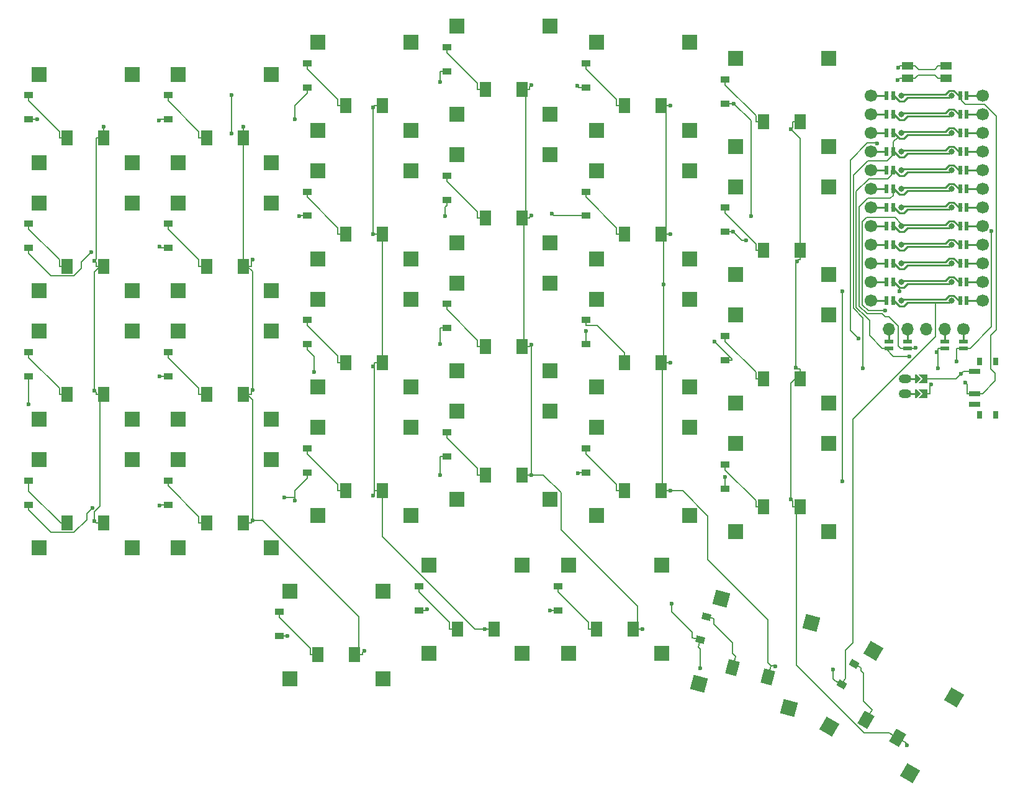
<source format=gbr>
%TF.GenerationSoftware,KiCad,Pcbnew,8.0.7*%
%TF.CreationDate,2025-02-11T23:53:49-03:00*%
%TF.ProjectId,souffle_wireless,736f7566-666c-4655-9f77-6972656c6573,0.1*%
%TF.SameCoordinates,Original*%
%TF.FileFunction,Copper,L2,Bot*%
%TF.FilePolarity,Positive*%
%FSLAX46Y46*%
G04 Gerber Fmt 4.6, Leading zero omitted, Abs format (unit mm)*
G04 Created by KiCad (PCBNEW 8.0.7) date 2025-02-11 23:53:49*
%MOMM*%
%LPD*%
G01*
G04 APERTURE LIST*
G04 Aperture macros list*
%AMRotRect*
0 Rectangle, with rotation*
0 The origin of the aperture is its center*
0 $1 length*
0 $2 width*
0 $3 Rotation angle, in degrees counterclockwise*
0 Add horizontal line*
21,1,$1,$2,0,0,$3*%
%AMFreePoly0*
4,1,6,0.600000,-0.200000,0.600000,-0.400000,-0.600000,-0.400000,-0.600000,-0.200000,0.000000,0.400000,0.600000,-0.200000,0.600000,-0.200000,$1*%
%AMFreePoly1*
4,1,6,0.600000,-1.000000,0.000000,-0.400000,-0.600000,-1.000000,-0.600000,0.250000,0.600000,0.250000,0.600000,-1.000000,0.600000,-1.000000,$1*%
G04 Aperture macros list end*
%TA.AperFunction,SMDPad,CuDef*%
%ADD10R,1.550000X2.000000*%
%TD*%
%TA.AperFunction,SMDPad,CuDef*%
%ADD11R,2.000000X2.000000*%
%TD*%
%TA.AperFunction,SMDPad,CuDef*%
%ADD12RotRect,1.550000X2.000000X345.000000*%
%TD*%
%TA.AperFunction,SMDPad,CuDef*%
%ADD13RotRect,2.000000X2.000000X345.000000*%
%TD*%
%TA.AperFunction,SMDPad,CuDef*%
%ADD14RotRect,1.550000X2.000000X330.000000*%
%TD*%
%TA.AperFunction,SMDPad,CuDef*%
%ADD15RotRect,2.000000X2.000000X330.000000*%
%TD*%
%TA.AperFunction,SMDPad,CuDef*%
%ADD16R,1.200000X0.900000*%
%TD*%
%TA.AperFunction,SMDPad,CuDef*%
%ADD17RotRect,0.900000X1.200000X75.000000*%
%TD*%
%TA.AperFunction,SMDPad,CuDef*%
%ADD18RotRect,0.900000X1.200000X60.000000*%
%TD*%
%TA.AperFunction,ComponentPad*%
%ADD19C,1.700000*%
%TD*%
%TA.AperFunction,ComponentPad*%
%ADD20C,0.800000*%
%TD*%
%TA.AperFunction,SMDPad,CuDef*%
%ADD21R,0.600000X1.200000*%
%TD*%
%TA.AperFunction,SMDPad,CuDef*%
%ADD22R,1.200000X0.600000*%
%TD*%
%TA.AperFunction,ComponentPad*%
%ADD23O,1.700000X1.700000*%
%TD*%
%TA.AperFunction,SMDPad,CuDef*%
%ADD24R,0.800000X1.000000*%
%TD*%
%TA.AperFunction,SMDPad,CuDef*%
%ADD25R,1.500000X0.700000*%
%TD*%
%TA.AperFunction,SMDPad,CuDef*%
%ADD26R,1.550000X1.000000*%
%TD*%
%TA.AperFunction,ComponentPad*%
%ADD27O,1.750000X1.200000*%
%TD*%
%TA.AperFunction,SMDPad,CuDef*%
%ADD28FreePoly0,270.000000*%
%TD*%
%TA.AperFunction,SMDPad,CuDef*%
%ADD29FreePoly1,270.000000*%
%TD*%
%TA.AperFunction,ViaPad*%
%ADD30C,0.600000*%
%TD*%
%TA.AperFunction,Conductor*%
%ADD31C,0.250000*%
%TD*%
%TA.AperFunction,Conductor*%
%ADD32C,0.200000*%
%TD*%
G04 APERTURE END LIST*
D10*
%TO.P,S1,1*%
%TO.N,outer_bottom_B*%
X97500000Y-102650000D03*
%TO.P,S1,2*%
%TO.N,C0*%
X102500000Y-102650000D03*
D11*
%TO.P,S1,3*%
%TO.N,N/C*%
X93650000Y-94000000D03*
X93650000Y-106000000D03*
X106350000Y-94000000D03*
X106350000Y-106000000D03*
%TD*%
D10*
%TO.P,S2,1*%
%TO.N,outer_home_B*%
X97500000Y-85150000D03*
%TO.P,S2,2*%
%TO.N,C0*%
X102500000Y-85150000D03*
D11*
%TO.P,S2,3*%
%TO.N,N/C*%
X93650000Y-76500000D03*
X93650000Y-88500000D03*
X106350000Y-76500000D03*
X106350000Y-88500000D03*
%TD*%
D10*
%TO.P,S3,1*%
%TO.N,outer_top_B*%
X97500000Y-67650000D03*
%TO.P,S3,2*%
%TO.N,C0*%
X102500000Y-67650000D03*
D11*
%TO.P,S3,3*%
%TO.N,N/C*%
X93650000Y-59000000D03*
X93650000Y-71000000D03*
X106350000Y-59000000D03*
X106350000Y-71000000D03*
%TD*%
D10*
%TO.P,S4,1*%
%TO.N,outer_number_B*%
X97500000Y-50150000D03*
%TO.P,S4,2*%
%TO.N,C0*%
X102500000Y-50150000D03*
D11*
%TO.P,S4,3*%
%TO.N,N/C*%
X93650000Y-41500000D03*
X93650000Y-53500000D03*
X106350000Y-41500000D03*
X106350000Y-53500000D03*
%TD*%
D10*
%TO.P,S5,1*%
%TO.N,pinky_bottom_B*%
X116500000Y-102650000D03*
%TO.P,S5,2*%
%TO.N,C1*%
X121500000Y-102650000D03*
D11*
%TO.P,S5,3*%
%TO.N,N/C*%
X112650000Y-94000000D03*
X112650000Y-106000000D03*
X125350000Y-94000000D03*
X125350000Y-106000000D03*
%TD*%
D10*
%TO.P,S6,1*%
%TO.N,pinky_home_B*%
X116500000Y-85150000D03*
%TO.P,S6,2*%
%TO.N,C1*%
X121500000Y-85150000D03*
D11*
%TO.P,S6,3*%
%TO.N,N/C*%
X112650000Y-76500000D03*
X112650000Y-88500000D03*
X125350000Y-76500000D03*
X125350000Y-88500000D03*
%TD*%
D10*
%TO.P,S7,1*%
%TO.N,pinky_top_B*%
X116500000Y-67650000D03*
%TO.P,S7,2*%
%TO.N,C1*%
X121500000Y-67650000D03*
D11*
%TO.P,S7,3*%
%TO.N,N/C*%
X112650000Y-59000000D03*
X112650000Y-71000000D03*
X125350000Y-59000000D03*
X125350000Y-71000000D03*
%TD*%
D10*
%TO.P,S8,1*%
%TO.N,pinky_number_B*%
X116500000Y-50150000D03*
%TO.P,S8,2*%
%TO.N,C1*%
X121500000Y-50150000D03*
D11*
%TO.P,S8,3*%
%TO.N,N/C*%
X112650000Y-41500000D03*
X112650000Y-53500000D03*
X125350000Y-41500000D03*
X125350000Y-53500000D03*
%TD*%
D10*
%TO.P,S9,1*%
%TO.N,ring_bottom_B*%
X135500000Y-98275000D03*
%TO.P,S9,2*%
%TO.N,C2*%
X140500000Y-98275000D03*
D11*
%TO.P,S9,3*%
%TO.N,N/C*%
X131650000Y-89625000D03*
X131650000Y-101625000D03*
X144350000Y-89625000D03*
X144350000Y-101625000D03*
%TD*%
D10*
%TO.P,S10,1*%
%TO.N,ring_home_B*%
X135500000Y-80775000D03*
%TO.P,S10,2*%
%TO.N,C2*%
X140500000Y-80775000D03*
D11*
%TO.P,S10,3*%
%TO.N,N/C*%
X131650000Y-72125000D03*
X131650000Y-84125000D03*
X144350000Y-72125000D03*
X144350000Y-84125000D03*
%TD*%
D10*
%TO.P,S11,1*%
%TO.N,ring_top_B*%
X135500000Y-63275000D03*
%TO.P,S11,2*%
%TO.N,C2*%
X140500000Y-63275000D03*
D11*
%TO.P,S11,3*%
%TO.N,N/C*%
X131650000Y-54625000D03*
X131650000Y-66625000D03*
X144350000Y-54625000D03*
X144350000Y-66625000D03*
%TD*%
D10*
%TO.P,S12,1*%
%TO.N,ring_number_B*%
X135500000Y-45775000D03*
%TO.P,S12,2*%
%TO.N,C2*%
X140500000Y-45775000D03*
D11*
%TO.P,S12,3*%
%TO.N,N/C*%
X131650000Y-37125000D03*
X131650000Y-49125000D03*
X144350000Y-37125000D03*
X144350000Y-49125000D03*
%TD*%
D10*
%TO.P,S13,1*%
%TO.N,middle_bottom_B*%
X154500000Y-96087500D03*
%TO.P,S13,2*%
%TO.N,C3*%
X159500000Y-96087500D03*
D11*
%TO.P,S13,3*%
%TO.N,N/C*%
X150650000Y-87437500D03*
X150650000Y-99437500D03*
X163350000Y-87437500D03*
X163350000Y-99437500D03*
%TD*%
D10*
%TO.P,S14,1*%
%TO.N,middle_home_B*%
X154500000Y-78587500D03*
%TO.P,S14,2*%
%TO.N,C3*%
X159500000Y-78587500D03*
D11*
%TO.P,S14,3*%
%TO.N,N/C*%
X150650000Y-69937500D03*
X150650000Y-81937500D03*
X163350000Y-69937500D03*
X163350000Y-81937500D03*
%TD*%
D10*
%TO.P,S15,1*%
%TO.N,middle_top_B*%
X154500000Y-61087500D03*
%TO.P,S15,2*%
%TO.N,C3*%
X159500000Y-61087500D03*
D11*
%TO.P,S15,3*%
%TO.N,N/C*%
X150650000Y-52437500D03*
X150650000Y-64437500D03*
X163350000Y-52437500D03*
X163350000Y-64437500D03*
%TD*%
D10*
%TO.P,S16,1*%
%TO.N,middle_number_B*%
X154500000Y-43587500D03*
%TO.P,S16,2*%
%TO.N,C3*%
X159500000Y-43587500D03*
D11*
%TO.P,S16,3*%
%TO.N,N/C*%
X150650000Y-34937500D03*
X150650000Y-46937500D03*
X163350000Y-34937500D03*
X163350000Y-46937500D03*
%TD*%
D10*
%TO.P,S17,1*%
%TO.N,index_bottom_B*%
X173500000Y-98275000D03*
%TO.P,S17,2*%
%TO.N,C4*%
X178500000Y-98275000D03*
D11*
%TO.P,S17,3*%
%TO.N,N/C*%
X169650000Y-89625000D03*
X169650000Y-101625000D03*
X182350000Y-89625000D03*
X182350000Y-101625000D03*
%TD*%
D10*
%TO.P,S18,1*%
%TO.N,index_home_B*%
X173500000Y-80775000D03*
%TO.P,S18,2*%
%TO.N,C4*%
X178500000Y-80775000D03*
D11*
%TO.P,S18,3*%
%TO.N,N/C*%
X169650000Y-72125000D03*
X169650000Y-84125000D03*
X182350000Y-72125000D03*
X182350000Y-84125000D03*
%TD*%
D10*
%TO.P,S19,1*%
%TO.N,index_top_B*%
X173500000Y-63275000D03*
%TO.P,S19,2*%
%TO.N,C4*%
X178500000Y-63275000D03*
D11*
%TO.P,S19,3*%
%TO.N,N/C*%
X169650000Y-54625000D03*
X169650000Y-66625000D03*
X182350000Y-54625000D03*
X182350000Y-66625000D03*
%TD*%
D10*
%TO.P,S20,1*%
%TO.N,index_number_B*%
X173500000Y-45775000D03*
%TO.P,S20,2*%
%TO.N,C4*%
X178500000Y-45775000D03*
D11*
%TO.P,S20,3*%
%TO.N,N/C*%
X169650000Y-37125000D03*
X169650000Y-49125000D03*
X182350000Y-37125000D03*
X182350000Y-49125000D03*
%TD*%
D10*
%TO.P,S21,1*%
%TO.N,inner_bottom_B*%
X192500000Y-100462500D03*
%TO.P,S21,2*%
%TO.N,C5*%
X197500000Y-100462500D03*
D11*
%TO.P,S21,3*%
%TO.N,N/C*%
X188650000Y-91812500D03*
X188650000Y-103812500D03*
X201350000Y-91812500D03*
X201350000Y-103812500D03*
%TD*%
D10*
%TO.P,S22,1*%
%TO.N,inner_home_B*%
X192500000Y-82962500D03*
%TO.P,S22,2*%
%TO.N,C5*%
X197500000Y-82962500D03*
D11*
%TO.P,S22,3*%
%TO.N,N/C*%
X188650000Y-74312500D03*
X188650000Y-86312500D03*
X201350000Y-74312500D03*
X201350000Y-86312500D03*
%TD*%
D10*
%TO.P,S23,1*%
%TO.N,inner_top_B*%
X192500000Y-65462500D03*
%TO.P,S23,2*%
%TO.N,C5*%
X197500000Y-65462500D03*
D11*
%TO.P,S23,3*%
%TO.N,N/C*%
X188650000Y-56812500D03*
X188650000Y-68812500D03*
X201350000Y-56812500D03*
X201350000Y-68812500D03*
%TD*%
D10*
%TO.P,S24,1*%
%TO.N,inner_number_B*%
X192500000Y-47962500D03*
%TO.P,S24,2*%
%TO.N,C5*%
X197500000Y-47962500D03*
D11*
%TO.P,S24,3*%
%TO.N,N/C*%
X188650000Y-39312500D03*
X188650000Y-51312500D03*
X201350000Y-39312500D03*
X201350000Y-51312500D03*
%TD*%
D10*
%TO.P,S25,1*%
%TO.N,inward_home_B*%
X131700000Y-120587500D03*
%TO.P,S25,2*%
%TO.N,C1*%
X136700000Y-120587500D03*
D11*
%TO.P,S25,3*%
%TO.N,N/C*%
X127850000Y-111937500D03*
X127850000Y-123937500D03*
X140550000Y-111937500D03*
X140550000Y-123937500D03*
%TD*%
D10*
%TO.P,S26,1*%
%TO.N,mid_home_B*%
X150700000Y-117087500D03*
%TO.P,S26,2*%
%TO.N,C2*%
X155700000Y-117087500D03*
D11*
%TO.P,S26,3*%
%TO.N,N/C*%
X146850000Y-108437500D03*
X146850000Y-120437500D03*
X159550000Y-108437500D03*
X159550000Y-120437500D03*
%TD*%
D10*
%TO.P,S27,1*%
%TO.N,outward_home_B*%
X169700000Y-117087500D03*
%TO.P,S27,2*%
%TO.N,C3*%
X174700000Y-117087500D03*
D11*
%TO.P,S27,3*%
%TO.N,N/C*%
X165850000Y-108437500D03*
X165850000Y-120437500D03*
X178550000Y-108437500D03*
X178550000Y-120437500D03*
%TD*%
D12*
%TO.P,S28,1*%
%TO.N,extra_outward_home_B*%
X188228815Y-122366656D03*
%TO.P,S28,2*%
%TO.N,C4*%
X193058444Y-123660751D03*
D13*
%TO.P,S28,3*%
%TO.N,N/C*%
X186748785Y-113014944D03*
X183642957Y-124606054D03*
X199016043Y-116301946D03*
X195910215Y-127893056D03*
%TD*%
D14*
%TO.P,S29,1*%
%TO.N,big_outward_home_B*%
X206467036Y-129481167D03*
%TO.P,S29,2*%
%TO.N,C5*%
X210797164Y-131981167D03*
D15*
%TO.P,S29,3*%
%TO.N,N/C*%
X207457839Y-120065048D03*
X201457839Y-130457352D03*
X218456361Y-126415048D03*
X212456361Y-136807352D03*
%TD*%
D16*
%TO.P,D1,2*%
%TO.N,outer_bottom_B*%
X92250000Y-96850000D03*
%TO.P,D1,1*%
%TO.N,R3*%
X92250000Y-100150000D03*
%TD*%
%TO.P,D2,2*%
%TO.N,outer_home_B*%
X92250000Y-79350000D03*
%TO.P,D2,1*%
%TO.N,R2*%
X92250000Y-82650000D03*
%TD*%
%TO.P,D3,2*%
%TO.N,outer_top_B*%
X92250000Y-61850000D03*
%TO.P,D3,1*%
%TO.N,R1*%
X92250000Y-65150000D03*
%TD*%
%TO.P,D4,2*%
%TO.N,outer_number_B*%
X92250000Y-44350000D03*
%TO.P,D4,1*%
%TO.N,R0*%
X92250000Y-47650000D03*
%TD*%
%TO.P,D5,2*%
%TO.N,pinky_bottom_B*%
X111250000Y-96850000D03*
%TO.P,D5,1*%
%TO.N,R3*%
X111250000Y-100150000D03*
%TD*%
%TO.P,D6,2*%
%TO.N,pinky_home_B*%
X111250000Y-79350000D03*
%TO.P,D6,1*%
%TO.N,R2*%
X111250000Y-82650000D03*
%TD*%
%TO.P,D7,2*%
%TO.N,pinky_top_B*%
X111250000Y-61850000D03*
%TO.P,D7,1*%
%TO.N,R1*%
X111250000Y-65150000D03*
%TD*%
%TO.P,D8,2*%
%TO.N,pinky_number_B*%
X111250000Y-44350000D03*
%TO.P,D8,1*%
%TO.N,R0*%
X111250000Y-47650000D03*
%TD*%
%TO.P,D9,2*%
%TO.N,ring_bottom_B*%
X130250000Y-92475000D03*
%TO.P,D9,1*%
%TO.N,R3*%
X130250000Y-95775000D03*
%TD*%
%TO.P,D10,2*%
%TO.N,ring_home_B*%
X130250000Y-74975000D03*
%TO.P,D10,1*%
%TO.N,R2*%
X130250000Y-78275000D03*
%TD*%
%TO.P,D11,2*%
%TO.N,ring_top_B*%
X130250000Y-57475000D03*
%TO.P,D11,1*%
%TO.N,R1*%
X130250000Y-60775000D03*
%TD*%
%TO.P,D12,2*%
%TO.N,ring_number_B*%
X130250000Y-39975000D03*
%TO.P,D12,1*%
%TO.N,R0*%
X130250000Y-43275000D03*
%TD*%
%TO.P,D13,2*%
%TO.N,middle_bottom_B*%
X149250000Y-90287500D03*
%TO.P,D13,1*%
%TO.N,R3*%
X149250000Y-93587500D03*
%TD*%
%TO.P,D14,2*%
%TO.N,middle_home_B*%
X149250000Y-72787500D03*
%TO.P,D14,1*%
%TO.N,R2*%
X149250000Y-76087500D03*
%TD*%
%TO.P,D15,2*%
%TO.N,middle_top_B*%
X149250000Y-55287500D03*
%TO.P,D15,1*%
%TO.N,R1*%
X149250000Y-58587500D03*
%TD*%
%TO.P,D16,2*%
%TO.N,middle_number_B*%
X149250000Y-37787500D03*
%TO.P,D16,1*%
%TO.N,R0*%
X149250000Y-41087500D03*
%TD*%
%TO.P,D17,2*%
%TO.N,index_bottom_B*%
X168250000Y-92475000D03*
%TO.P,D17,1*%
%TO.N,R3*%
X168250000Y-95775000D03*
%TD*%
%TO.P,D18,2*%
%TO.N,index_home_B*%
X168250000Y-74975000D03*
%TO.P,D18,1*%
%TO.N,R2*%
X168250000Y-78275000D03*
%TD*%
%TO.P,D19,2*%
%TO.N,index_top_B*%
X168250000Y-57475000D03*
%TO.P,D19,1*%
%TO.N,R1*%
X168250000Y-60775000D03*
%TD*%
%TO.P,D20,2*%
%TO.N,index_number_B*%
X168250000Y-39975000D03*
%TO.P,D20,1*%
%TO.N,R0*%
X168250000Y-43275000D03*
%TD*%
%TO.P,D21,2*%
%TO.N,inner_bottom_B*%
X187250000Y-94662500D03*
%TO.P,D21,1*%
%TO.N,R3*%
X187250000Y-97962500D03*
%TD*%
%TO.P,D22,2*%
%TO.N,inner_home_B*%
X187250000Y-77162500D03*
%TO.P,D22,1*%
%TO.N,R2*%
X187250000Y-80462500D03*
%TD*%
%TO.P,D23,2*%
%TO.N,inner_top_B*%
X187250000Y-59662500D03*
%TO.P,D23,1*%
%TO.N,R1*%
X187250000Y-62962500D03*
%TD*%
%TO.P,D24,2*%
%TO.N,inner_number_B*%
X187250000Y-42162500D03*
%TO.P,D24,1*%
%TO.N,R0*%
X187250000Y-45462500D03*
%TD*%
%TO.P,D25,2*%
%TO.N,inward_home_B*%
X126450000Y-114787500D03*
%TO.P,D25,1*%
%TO.N,R4*%
X126450000Y-118087500D03*
%TD*%
%TO.P,D26,2*%
%TO.N,mid_home_B*%
X145450000Y-111287500D03*
%TO.P,D26,1*%
%TO.N,R4*%
X145450000Y-114587500D03*
%TD*%
%TO.P,D27,2*%
%TO.N,outward_home_B*%
X164450000Y-111287500D03*
%TO.P,D27,1*%
%TO.N,R4*%
X164450000Y-114587500D03*
%TD*%
D17*
%TO.P,D28,2*%
%TO.N,extra_outward_home_B*%
X184658851Y-115405522D03*
%TO.P,D28,1*%
%TO.N,R4*%
X183804749Y-118593078D03*
%TD*%
D18*
%TO.P,D29,2*%
%TO.N,big_outward_home_B*%
X204820400Y-121833158D03*
%TO.P,D29,1*%
%TO.N,R4*%
X203170400Y-124691042D03*
%TD*%
D19*
%TO.P,MCU1,24*%
%TO.N,MCU1_24*%
X207084000Y-44420000D03*
%TO.P,MCU1,1*%
%TO.N,MCU1_1*%
X222324000Y-44420000D03*
D20*
%TO.P,MCU1,124*%
%TO.N,RAW*%
X211304000Y-44420000D03*
%TO.P,MCU1,101*%
%TO.N,LED*%
X218104000Y-44420000D03*
D21*
%TO.P,MCU1,24*%
%TO.N,MCU1_24*%
X209224000Y-44420000D03*
%TO.P,MCU1,101*%
%TO.N,LED*%
X210124000Y-44420000D03*
%TO.P,MCU1,124*%
%TO.N,RAW*%
X219284000Y-44420000D03*
%TO.P,MCU1,1*%
%TO.N,MCU1_1*%
X220184000Y-44420000D03*
D19*
%TO.P,MCU1,23*%
%TO.N,MCU1_23*%
X207084000Y-46960000D03*
%TO.P,MCU1,2*%
%TO.N,MCU1_2*%
X222324000Y-46960000D03*
D20*
%TO.P,MCU1,123*%
%TO.N,GND*%
X211304000Y-46960000D03*
%TO.P,MCU1,102*%
%TO.N,DAT*%
X218104000Y-46960000D03*
D21*
%TO.P,MCU1,23*%
%TO.N,MCU1_23*%
X209224000Y-46960000D03*
%TO.P,MCU1,102*%
%TO.N,DAT*%
X210124000Y-46960000D03*
%TO.P,MCU1,123*%
%TO.N,GND*%
X219284000Y-46960000D03*
%TO.P,MCU1,2*%
%TO.N,MCU1_2*%
X220184000Y-46960000D03*
D19*
%TO.P,MCU1,22*%
%TO.N,MCU1_22*%
X207084000Y-49500000D03*
%TO.P,MCU1,3*%
%TO.N,MCU1_3*%
X222324000Y-49500000D03*
D20*
%TO.P,MCU1,122*%
%TO.N,RST*%
X211304000Y-49500000D03*
%TO.P,MCU1,103*%
%TO.N,GND*%
X218104000Y-49500000D03*
D21*
%TO.P,MCU1,22*%
%TO.N,MCU1_22*%
X209224000Y-49500000D03*
%TO.P,MCU1,103*%
%TO.N,GND*%
X210124000Y-49500000D03*
%TO.P,MCU1,122*%
%TO.N,RST*%
X219284000Y-49500000D03*
%TO.P,MCU1,3*%
%TO.N,MCU1_3*%
X220184000Y-49500000D03*
D19*
%TO.P,MCU1,21*%
%TO.N,MCU1_21*%
X207084000Y-52040000D03*
%TO.P,MCU1,4*%
%TO.N,MCU1_4*%
X222324000Y-52040000D03*
D20*
%TO.P,MCU1,121*%
%TO.N,VCC*%
X211304000Y-52040000D03*
%TO.P,MCU1,104*%
%TO.N,GND*%
X218104000Y-52040000D03*
D21*
%TO.P,MCU1,21*%
%TO.N,MCU1_21*%
X209224000Y-52040000D03*
%TO.P,MCU1,104*%
%TO.N,GND*%
X210124000Y-52040000D03*
%TO.P,MCU1,121*%
%TO.N,VCC*%
X219284000Y-52040000D03*
%TO.P,MCU1,4*%
%TO.N,MCU1_4*%
X220184000Y-52040000D03*
D19*
%TO.P,MCU1,20*%
%TO.N,MCU1_20*%
X207084000Y-54580000D03*
%TO.P,MCU1,5*%
%TO.N,MCU1_5*%
X222324000Y-54580000D03*
D20*
%TO.P,MCU1,120*%
%TO.N,C0*%
X211304000Y-54580000D03*
%TO.P,MCU1,105*%
%TO.N,SDA*%
X218104000Y-54580000D03*
D21*
%TO.P,MCU1,20*%
%TO.N,MCU1_20*%
X209224000Y-54580000D03*
%TO.P,MCU1,105*%
%TO.N,SDA*%
X210124000Y-54580000D03*
%TO.P,MCU1,120*%
%TO.N,C0*%
X219284000Y-54580000D03*
%TO.P,MCU1,5*%
%TO.N,MCU1_5*%
X220184000Y-54580000D03*
D19*
%TO.P,MCU1,19*%
%TO.N,MCU1_19*%
X207084000Y-57120000D03*
%TO.P,MCU1,6*%
%TO.N,MCU1_6*%
X222324000Y-57120000D03*
D20*
%TO.P,MCU1,119*%
%TO.N,C1*%
X211304000Y-57120000D03*
%TO.P,MCU1,106*%
%TO.N,SCL*%
X218104000Y-57120000D03*
D21*
%TO.P,MCU1,19*%
%TO.N,MCU1_19*%
X209224000Y-57120000D03*
%TO.P,MCU1,106*%
%TO.N,SCL*%
X210124000Y-57120000D03*
%TO.P,MCU1,119*%
%TO.N,C1*%
X219284000Y-57120000D03*
%TO.P,MCU1,6*%
%TO.N,MCU1_6*%
X220184000Y-57120000D03*
D19*
%TO.P,MCU1,18*%
%TO.N,MCU1_18*%
X207084000Y-59660000D03*
%TO.P,MCU1,7*%
%TO.N,MCU1_7*%
X222324000Y-59660000D03*
D20*
%TO.P,MCU1,118*%
%TO.N,C2*%
X211304000Y-59660000D03*
%TO.P,MCU1,107*%
%TO.N,CS*%
X218104000Y-59660000D03*
D21*
%TO.P,MCU1,18*%
%TO.N,MCU1_18*%
X209224000Y-59660000D03*
%TO.P,MCU1,107*%
%TO.N,CS*%
X210124000Y-59660000D03*
%TO.P,MCU1,118*%
%TO.N,C2*%
X219284000Y-59660000D03*
%TO.P,MCU1,7*%
%TO.N,MCU1_7*%
X220184000Y-59660000D03*
D19*
%TO.P,MCU1,17*%
%TO.N,MCU1_17*%
X207084000Y-62200000D03*
%TO.P,MCU1,8*%
%TO.N,MCU1_8*%
X222324000Y-62200000D03*
D20*
%TO.P,MCU1,117*%
%TO.N,C3*%
X211304000Y-62200000D03*
%TO.P,MCU1,108*%
%TO.N,R0*%
X218104000Y-62200000D03*
D21*
%TO.P,MCU1,17*%
%TO.N,MCU1_17*%
X209224000Y-62200000D03*
%TO.P,MCU1,108*%
%TO.N,R0*%
X210124000Y-62200000D03*
%TO.P,MCU1,117*%
%TO.N,C3*%
X219284000Y-62200000D03*
%TO.P,MCU1,8*%
%TO.N,MCU1_8*%
X220184000Y-62200000D03*
D19*
%TO.P,MCU1,16*%
%TO.N,MCU1_16*%
X207084000Y-64740000D03*
%TO.P,MCU1,9*%
%TO.N,MCU1_9*%
X222324000Y-64740000D03*
D20*
%TO.P,MCU1,116*%
%TO.N,C4*%
X211304000Y-64740000D03*
%TO.P,MCU1,109*%
%TO.N,R1*%
X218104000Y-64740000D03*
D21*
%TO.P,MCU1,16*%
%TO.N,MCU1_16*%
X209224000Y-64740000D03*
%TO.P,MCU1,109*%
%TO.N,R1*%
X210124000Y-64740000D03*
%TO.P,MCU1,116*%
%TO.N,C4*%
X219284000Y-64740000D03*
%TO.P,MCU1,9*%
%TO.N,MCU1_9*%
X220184000Y-64740000D03*
D19*
%TO.P,MCU1,15*%
%TO.N,MCU1_15*%
X207084000Y-67280000D03*
%TO.P,MCU1,10*%
%TO.N,MCU1_10*%
X222324000Y-67280000D03*
D20*
%TO.P,MCU1,115*%
%TO.N,C5*%
X211304000Y-67280000D03*
%TO.P,MCU1,110*%
%TO.N,R2*%
X218104000Y-67280000D03*
D21*
%TO.P,MCU1,15*%
%TO.N,MCU1_15*%
X209224000Y-67280000D03*
%TO.P,MCU1,110*%
%TO.N,R2*%
X210124000Y-67280000D03*
%TO.P,MCU1,115*%
%TO.N,C5*%
X219284000Y-67280000D03*
%TO.P,MCU1,10*%
%TO.N,MCU1_10*%
X220184000Y-67280000D03*
D19*
%TO.P,MCU1,14*%
%TO.N,MCU1_14*%
X207084000Y-69820000D03*
%TO.P,MCU1,11*%
%TO.N,MCU1_11*%
X222324000Y-69820000D03*
D20*
%TO.P,MCU1,114*%
%TO.N,P16*%
X211304000Y-69820000D03*
%TO.P,MCU1,111*%
%TO.N,R3*%
X218104000Y-69820000D03*
D21*
%TO.P,MCU1,14*%
%TO.N,MCU1_14*%
X209224000Y-69820000D03*
%TO.P,MCU1,111*%
%TO.N,R3*%
X210124000Y-69820000D03*
%TO.P,MCU1,114*%
%TO.N,P16*%
X219284000Y-69820000D03*
%TO.P,MCU1,11*%
%TO.N,MCU1_11*%
X220184000Y-69820000D03*
D19*
%TO.P,MCU1,13*%
%TO.N,MCU1_13*%
X207084000Y-72360000D03*
%TO.P,MCU1,12*%
%TO.N,MCU1_12*%
X222324000Y-72360000D03*
D20*
%TO.P,MCU1,113*%
%TO.N,P10*%
X211304000Y-72360000D03*
%TO.P,MCU1,112*%
%TO.N,R4*%
X218104000Y-72360000D03*
D21*
%TO.P,MCU1,13*%
%TO.N,MCU1_13*%
X209224000Y-72360000D03*
%TO.P,MCU1,112*%
%TO.N,R4*%
X210124000Y-72360000D03*
%TO.P,MCU1,113*%
%TO.N,P10*%
X219284000Y-72360000D03*
%TO.P,MCU1,12*%
%TO.N,MCU1_12*%
X220184000Y-72360000D03*
%TD*%
D22*
%TO.P,DISP1,24*%
%TO.N,DISP1_5*%
X219727000Y-77950000D03*
%TO.P,DISP1,25*%
%TO.N,DISP1_4*%
X217187000Y-77950000D03*
%TO.P,DISP1,26*%
%TO.N,DISP1_2*%
X212107000Y-77950000D03*
%TO.P,DISP1,27*%
%TO.N,DISP1_1*%
X209567000Y-77950000D03*
%TO.P,DISP1,20*%
%TO.N,CS*%
X219727000Y-78850000D03*
%TO.P,DISP1,21*%
%TO.N,GND*%
X217187000Y-78850000D03*
%TO.P,DISP1,22*%
%TO.N,SCL*%
X212107000Y-78850000D03*
%TO.P,DISP1,23*%
%TO.N,SDA*%
X209567000Y-78850000D03*
D23*
%TO.P,DISP1,1*%
%TO.N,DISP1_1*%
X209567000Y-76200000D03*
%TO.P,DISP1,2*%
%TO.N,DISP1_2*%
X212107000Y-76200000D03*
%TO.P,DISP1,3*%
%TO.N,VCC*%
X214647000Y-76200000D03*
%TO.P,DISP1,4*%
%TO.N,DISP1_4*%
X217187000Y-76200000D03*
D19*
%TO.P,DISP1,5*%
%TO.N,DISP1_5*%
X219727000Y-76200000D03*
%TD*%
D24*
%TO.P,PWR1,*%
%TO.N,*%
X221915000Y-80600000D03*
X224125000Y-80600000D03*
X221915000Y-87900000D03*
X224125000Y-87900000D03*
D25*
%TO.P,PWR1,1*%
%TO.N,BAT_P*%
X221265000Y-82000000D03*
%TO.P,PWR1,2*%
%TO.N,RAW*%
X221265000Y-85000000D03*
%TO.P,PWR1,3*%
%TO.N,N/C*%
X221265000Y-86500000D03*
%TD*%
D26*
%TO.P,RST1,1*%
%TO.N,GND*%
X212079000Y-40362500D03*
%TO.P,RST1,2*%
%TO.N,RST*%
X212079000Y-42062500D03*
%TO.P,RST1,3*%
%TO.N,GND*%
X217329000Y-40362500D03*
%TO.P,RST1,4*%
%TO.N,RST*%
X217329000Y-42062500D03*
%TD*%
D27*
%TO.P,JST1,11*%
%TO.N,JST1_1*%
X211750000Y-85000000D03*
%TO.P,JST1,12*%
%TO.N,JST1_2*%
X211750000Y-83000000D03*
D28*
%TO.P,JST1,31*%
%TO.N,JST1_1*%
X213550000Y-85000000D03*
%TO.P,JST1,32*%
%TO.N,JST1_2*%
X213550000Y-83000000D03*
D29*
%TO.P,JST1,1*%
%TO.N,BAT_P*%
X214566000Y-83000000D03*
%TO.P,JST1,2*%
%TO.N,GND*%
X214566000Y-85000000D03*
%TD*%
D30*
%TO.N,BAT_P*%
X219406800Y-82342500D03*
%TO.N,CS*%
X223557700Y-62889400D03*
X218825300Y-80605600D03*
%TO.N,SCL*%
X213218900Y-78729800D03*
%TO.N,SDA*%
X212335500Y-79937700D03*
%TO.N,VCC*%
X207971200Y-50937100D03*
X205436600Y-77484300D03*
%TO.N,RST*%
X210776300Y-42288500D03*
%TO.N,GND*%
X210800000Y-40581400D03*
X206051100Y-81553100D03*
X215326400Y-83760300D03*
X216285300Y-81553100D03*
X216090200Y-79367700D03*
%TO.N,RAW*%
X219999200Y-83500000D03*
%TO.N,pinky_number_F*%
X119940600Y-44350000D03*
X119940600Y-49589400D03*
%TO.N,R4*%
X201956600Y-122604700D03*
X163327300Y-114587500D03*
X179950000Y-113635600D03*
X183804700Y-122472200D03*
X146567300Y-114371900D03*
X127567600Y-118087500D03*
%TO.N,R0*%
X188405400Y-45462500D03*
X148348300Y-42571800D03*
X167025600Y-43025000D03*
X128514800Y-47650000D03*
X110016600Y-47785300D03*
X93376500Y-47650000D03*
X190752100Y-60830000D03*
%TO.N,R1*%
X163597400Y-60491800D03*
X149028800Y-60807200D03*
X129144000Y-60807200D03*
X110093200Y-64976400D03*
X100806200Y-65690700D03*
X188353800Y-62962500D03*
X190087900Y-64110500D03*
%TO.N,R2*%
X185783300Y-77899100D03*
X110113900Y-82650000D03*
X148348300Y-78275000D03*
X131168000Y-82101500D03*
X92250000Y-86451700D03*
X168250000Y-76463300D03*
%TO.N,R3*%
X148348300Y-96150800D03*
X187250000Y-96371600D03*
X128514800Y-99589900D03*
X110071800Y-100258600D03*
X167128100Y-95864200D03*
X211004200Y-71090000D03*
X203224800Y-71090000D03*
X203224800Y-97001000D03*
X100905700Y-100604300D03*
X127096500Y-99182500D03*
%TO.N,C5*%
X211990400Y-132951300D03*
X196222100Y-48923700D03*
X197026200Y-66970900D03*
X196837600Y-81438200D03*
X196212200Y-99439800D03*
%TO.N,C4*%
X179780100Y-45775000D03*
X179780100Y-63275000D03*
X179780100Y-80775000D03*
X179780100Y-98275000D03*
X194087000Y-122179100D03*
X178820100Y-70134200D03*
%TO.N,C3*%
X175998200Y-117087500D03*
X160779000Y-42964600D03*
X160780300Y-60711500D03*
X160779300Y-78352700D03*
X160787000Y-96087500D03*
X209075300Y-73709800D03*
%TO.N,C2*%
X154422800Y-117087500D03*
X139216800Y-45988700D03*
X139216800Y-63275000D03*
X139217300Y-81310600D03*
X139208500Y-98951700D03*
%TO.N,C1*%
X137990200Y-120081200D03*
X121500000Y-48620300D03*
X122781100Y-66734600D03*
X122783700Y-84516800D03*
X122785000Y-102299000D03*
%TO.N,C0*%
X102500000Y-48644500D03*
X101208300Y-66885100D03*
X101196800Y-84633200D03*
X101218600Y-102408200D03*
%TD*%
D31*
%TO.N,JST1_2*%
X213550000Y-83000000D02*
X211750000Y-83000000D01*
%TO.N,JST1_1*%
X213550000Y-85000000D02*
X211750000Y-85000000D01*
D32*
%TO.N,BAT_P*%
X219749300Y-82000000D02*
X219406800Y-82342500D01*
X221265000Y-82000000D02*
X219749300Y-82000000D01*
X218749300Y-83000000D02*
X219406800Y-82342500D01*
X214566000Y-83000000D02*
X218749300Y-83000000D01*
D31*
%TO.N,DISP1_5*%
X219727000Y-76200000D02*
X219727000Y-77950000D01*
%TO.N,DISP1_4*%
X217187000Y-76200000D02*
X217187000Y-77950000D01*
%TO.N,DISP1_2*%
X212107000Y-76200000D02*
X212107000Y-77950000D01*
%TO.N,DISP1_1*%
X209567000Y-76200000D02*
X209567000Y-77950000D01*
%TO.N,MCU1_12*%
X222324000Y-72360000D02*
X220204000Y-72360000D01*
D32*
X220184000Y-72360000D02*
X220204000Y-72360000D01*
D31*
%TO.N,MCU1_13*%
X207084000Y-72360000D02*
X209204000Y-72360000D01*
D32*
X209224000Y-72360000D02*
X209204000Y-72360000D01*
D31*
%TO.N,MCU1_11*%
X222324000Y-69820000D02*
X220204000Y-69820000D01*
D32*
X220184000Y-69820000D02*
X220204000Y-69820000D01*
D31*
%TO.N,MCU1_14*%
X207084000Y-69820000D02*
X209204000Y-69820000D01*
D32*
X209224000Y-69820000D02*
X209204000Y-69820000D01*
D31*
%TO.N,MCU1_10*%
X222324000Y-67280000D02*
X220204000Y-67280000D01*
D32*
X220184000Y-67280000D02*
X220204000Y-67280000D01*
D31*
%TO.N,MCU1_15*%
X207084000Y-67280000D02*
X209204000Y-67280000D01*
D32*
X209224000Y-67280000D02*
X209204000Y-67280000D01*
D31*
%TO.N,MCU1_9*%
X222324000Y-64740000D02*
X220204000Y-64740000D01*
D32*
X220184000Y-64740000D02*
X220204000Y-64740000D01*
D31*
%TO.N,MCU1_16*%
X207084000Y-64740000D02*
X209204000Y-64740000D01*
D32*
X209224000Y-64740000D02*
X209204000Y-64740000D01*
D31*
%TO.N,MCU1_8*%
X222324000Y-62200000D02*
X220204000Y-62200000D01*
D32*
X220184000Y-62200000D02*
X220204000Y-62200000D01*
D31*
%TO.N,MCU1_17*%
X207084000Y-62200000D02*
X209204000Y-62200000D01*
D32*
X209224000Y-62200000D02*
X209204000Y-62200000D01*
D31*
%TO.N,MCU1_7*%
X222324000Y-59660000D02*
X220204000Y-59660000D01*
D32*
X220184000Y-59660000D02*
X220204000Y-59660000D01*
D31*
%TO.N,MCU1_18*%
X207084000Y-59660000D02*
X209204000Y-59660000D01*
D32*
X209224000Y-59660000D02*
X209204000Y-59660000D01*
D31*
%TO.N,MCU1_6*%
X222324000Y-57120000D02*
X220204000Y-57120000D01*
D32*
X220184000Y-57120000D02*
X220204000Y-57120000D01*
D31*
%TO.N,MCU1_19*%
X207084000Y-57120000D02*
X209204000Y-57120000D01*
D32*
X209224000Y-57120000D02*
X209204000Y-57120000D01*
D31*
%TO.N,MCU1_5*%
X222324000Y-54580000D02*
X220204000Y-54580000D01*
D32*
X220184000Y-54580000D02*
X220204000Y-54580000D01*
D31*
%TO.N,MCU1_20*%
X207084000Y-54580000D02*
X209204000Y-54580000D01*
D32*
X209224000Y-54580000D02*
X209204000Y-54580000D01*
D31*
%TO.N,MCU1_4*%
X222324000Y-52040000D02*
X220204000Y-52040000D01*
D32*
X220184000Y-52040000D02*
X220204000Y-52040000D01*
D31*
%TO.N,MCU1_21*%
X207084000Y-52040000D02*
X209204000Y-52040000D01*
D32*
X209224000Y-52040000D02*
X209204000Y-52040000D01*
D31*
%TO.N,MCU1_3*%
X222324000Y-49500000D02*
X220204000Y-49500000D01*
D32*
X220184000Y-49500000D02*
X220204000Y-49500000D01*
D31*
%TO.N,MCU1_22*%
X207084000Y-49500000D02*
X209204000Y-49500000D01*
D32*
X209224000Y-49500000D02*
X209204000Y-49500000D01*
D31*
%TO.N,MCU1_2*%
X222324000Y-46960000D02*
X220204000Y-46960000D01*
D32*
X220184000Y-46960000D02*
X220204000Y-46960000D01*
D31*
%TO.N,MCU1_23*%
X207084000Y-46960000D02*
X209204000Y-46960000D01*
D32*
X209224000Y-46960000D02*
X209204000Y-46960000D01*
D31*
%TO.N,MCU1_1*%
X222324000Y-44420000D02*
X220204000Y-44420000D01*
D32*
X220184000Y-44420000D02*
X220204000Y-44420000D01*
D31*
%TO.N,MCU1_24*%
X207084000Y-44420000D02*
X209204000Y-44420000D01*
D32*
X209224000Y-44420000D02*
X209204000Y-44420000D01*
D31*
%TO.N,CS*%
X209929000Y-59660000D02*
X210124000Y-59660000D01*
X212099000Y-59890000D02*
X217874000Y-59890000D01*
X211604000Y-60385000D02*
X212099000Y-59890000D01*
X211004000Y-60385000D02*
X211604000Y-60385000D01*
X210279000Y-59660000D02*
X211004000Y-60385000D01*
X210124000Y-59660000D02*
X210279000Y-59660000D01*
D32*
X217874000Y-59890000D02*
X218104000Y-59660000D01*
X223557700Y-75921000D02*
X223557700Y-62889400D01*
X220628700Y-78850000D02*
X223557700Y-75921000D01*
X219727000Y-78850000D02*
X220628700Y-78850000D01*
X219727000Y-78850000D02*
X218825300Y-78850000D01*
X218825300Y-78850000D02*
X218825300Y-80605600D01*
D31*
%TO.N,SCL*%
X209929000Y-57120000D02*
X210124000Y-57120000D01*
D32*
X217874000Y-57350000D02*
X218104000Y-57120000D01*
D31*
X212099000Y-57350000D02*
X217874000Y-57350000D01*
X211604000Y-57845000D02*
X212099000Y-57350000D01*
X211004000Y-57845000D02*
X211604000Y-57845000D01*
X210279000Y-57120000D02*
X211004000Y-57845000D01*
X210124000Y-57120000D02*
X210279000Y-57120000D01*
D32*
X212107000Y-78850000D02*
X211205300Y-78850000D01*
X210124000Y-57120000D02*
X210124000Y-58021700D01*
X209755700Y-58390000D02*
X210124000Y-58021700D01*
X206683900Y-58390000D02*
X209755700Y-58390000D01*
X205524400Y-59549500D02*
X206683900Y-58390000D01*
X205524400Y-73059400D02*
X205524400Y-59549500D01*
X206576500Y-74111500D02*
X205524400Y-73059400D01*
X208607600Y-74111500D02*
X206576500Y-74111500D01*
X209023500Y-74527400D02*
X208607600Y-74111500D01*
X209591500Y-74527400D02*
X209023500Y-74527400D01*
X210837000Y-75772900D02*
X209591500Y-74527400D01*
X210837000Y-78481700D02*
X210837000Y-75772900D01*
X211205300Y-78850000D02*
X210837000Y-78481700D01*
X213098700Y-78850000D02*
X213218900Y-78729800D01*
X212107000Y-78850000D02*
X213098700Y-78850000D01*
%TO.N,SDA*%
X217874000Y-54810000D02*
X218104000Y-54580000D01*
D31*
X209929000Y-54580000D02*
X210124000Y-54580000D01*
X212099000Y-54810000D02*
X217874000Y-54810000D01*
X211604000Y-55305000D02*
X212099000Y-54810000D01*
X211004000Y-55305000D02*
X211604000Y-55305000D01*
X210279000Y-54580000D02*
X211004000Y-55305000D01*
X210124000Y-54580000D02*
X210279000Y-54580000D01*
D32*
X206922900Y-77107600D02*
X208665300Y-78850000D01*
X206922900Y-75025800D02*
X206922900Y-77107600D01*
X206410300Y-74513200D02*
X206922900Y-75025800D01*
X206410200Y-74513200D02*
X206410300Y-74513200D01*
X205122700Y-73225700D02*
X206410200Y-74513200D01*
X205122700Y-57445200D02*
X205122700Y-73225700D01*
X206822700Y-55745200D02*
X205122700Y-57445200D01*
X209419300Y-55745200D02*
X206822700Y-55745200D01*
X209929000Y-55235500D02*
X209419300Y-55745200D01*
X209929000Y-54580000D02*
X209929000Y-55235500D01*
X209567000Y-78850000D02*
X209116200Y-78850000D01*
X209116200Y-78850000D02*
X208665300Y-78850000D01*
X210203900Y-79937700D02*
X212335500Y-79937700D01*
X209116200Y-78850000D02*
X210203900Y-79937700D01*
D31*
%TO.N,DAT*%
X209929000Y-46960000D02*
X210124000Y-46960000D01*
X212099000Y-47190000D02*
X217874000Y-47190000D01*
X211604000Y-47685000D02*
X212099000Y-47190000D01*
X211004000Y-47685000D02*
X211604000Y-47685000D01*
X210279000Y-46960000D02*
X211004000Y-47685000D01*
X210124000Y-46960000D02*
X210279000Y-46960000D01*
D32*
X217874000Y-47190000D02*
X218104000Y-46960000D01*
D31*
%TO.N,LED*%
X209929000Y-44420000D02*
X210124000Y-44420000D01*
X212099000Y-44650000D02*
X217874000Y-44650000D01*
X211604000Y-45145000D02*
X212099000Y-44650000D01*
X211004000Y-45145000D02*
X211604000Y-45145000D01*
X210279000Y-44420000D02*
X211004000Y-45145000D01*
X210124000Y-44420000D02*
X210279000Y-44420000D01*
D32*
X217874000Y-44650000D02*
X218104000Y-44420000D01*
D31*
%TO.N,P10*%
X219479000Y-72360000D02*
X219284000Y-72360000D01*
X217299000Y-72140000D02*
X211524000Y-72140000D01*
X217804000Y-71635000D02*
X217299000Y-72140000D01*
X218404000Y-71635000D02*
X217804000Y-71635000D01*
X219129000Y-72360000D02*
X218404000Y-71635000D01*
X219284000Y-72360000D02*
X219129000Y-72360000D01*
D32*
X211524000Y-72140000D02*
X211304000Y-72360000D01*
D31*
%TO.N,P16*%
X219479000Y-69820000D02*
X219284000Y-69820000D01*
X217299000Y-69600000D02*
X211524000Y-69600000D01*
X217804000Y-69095000D02*
X217299000Y-69600000D01*
X218404000Y-69095000D02*
X217804000Y-69095000D01*
X219129000Y-69820000D02*
X218404000Y-69095000D01*
X219284000Y-69820000D02*
X219129000Y-69820000D01*
D32*
X211524000Y-69600000D02*
X211304000Y-69820000D01*
D31*
%TO.N,VCC*%
X219479000Y-52040000D02*
X219284000Y-52040000D01*
X217299000Y-51820000D02*
X211524000Y-51820000D01*
X217804000Y-51315000D02*
X217299000Y-51820000D01*
X218404000Y-51315000D02*
X217804000Y-51315000D01*
X219129000Y-52040000D02*
X218404000Y-51315000D01*
X219284000Y-52040000D02*
X219129000Y-52040000D01*
D32*
X211524000Y-51820000D02*
X211304000Y-52040000D01*
X204319300Y-76367000D02*
X205436600Y-77484300D01*
X204319300Y-53162700D02*
X204319300Y-76367000D01*
X206631800Y-50850200D02*
X204319300Y-53162700D01*
X207884300Y-50850200D02*
X206631800Y-50850200D01*
X207971200Y-50937100D02*
X207884300Y-50850200D01*
D31*
%TO.N,RST*%
X219479000Y-49500000D02*
X219284000Y-49500000D01*
X217299000Y-49280000D02*
X211524000Y-49280000D01*
X217804000Y-48775000D02*
X217299000Y-49280000D01*
X218404000Y-48775000D02*
X217804000Y-48775000D01*
X219129000Y-49500000D02*
X218404000Y-48775000D01*
X219284000Y-49500000D02*
X219129000Y-49500000D01*
D32*
X211524000Y-49280000D02*
X211304000Y-49500000D01*
X213580700Y-41637500D02*
X213155700Y-42062500D01*
X215827300Y-41637500D02*
X213580700Y-41637500D01*
X216252300Y-42062500D02*
X215827300Y-41637500D01*
X217329000Y-42062500D02*
X216252300Y-42062500D01*
X212617400Y-42062500D02*
X213155700Y-42062500D01*
X212617400Y-42062500D02*
X212079000Y-42062500D01*
X211002300Y-42062500D02*
X210776300Y-42288500D01*
X212079000Y-42062500D02*
X211002300Y-42062500D01*
D31*
%TO.N,GND*%
X209929000Y-52040000D02*
X210124000Y-52040000D01*
X209929000Y-49500000D02*
X210124000Y-49500000D01*
X219479000Y-46960000D02*
X219284000Y-46960000D01*
X217299000Y-46740000D02*
X211524000Y-46740000D01*
X217804000Y-46235000D02*
X217299000Y-46740000D01*
X218404000Y-46235000D02*
X217804000Y-46235000D01*
X219129000Y-46960000D02*
X218404000Y-46235000D01*
X219284000Y-46960000D02*
X219129000Y-46960000D01*
D32*
X211524000Y-46740000D02*
X211304000Y-46960000D01*
X217874000Y-49730000D02*
X218104000Y-49500000D01*
X217874000Y-52270000D02*
X218104000Y-52040000D01*
D31*
X210124000Y-52040000D02*
X210201500Y-52040000D01*
D32*
X210201500Y-50627500D02*
X210804000Y-50025000D01*
X210201500Y-52040000D02*
X210201500Y-50627500D01*
D31*
X210279000Y-49500000D02*
X210804000Y-50025000D01*
X210124000Y-49500000D02*
X210279000Y-49500000D01*
X212099000Y-49730000D02*
X217874000Y-49730000D01*
X211604000Y-50225000D02*
X212099000Y-49730000D01*
X211004000Y-50225000D02*
X211604000Y-50225000D01*
X210804000Y-50025000D02*
X211004000Y-50225000D01*
D32*
X213611300Y-40818100D02*
X213155700Y-40362500D01*
X215796700Y-40818100D02*
X213611300Y-40818100D01*
X216252300Y-40362500D02*
X215796700Y-40818100D01*
X217329000Y-40362500D02*
X216252300Y-40362500D01*
X212617400Y-40362500D02*
X213155700Y-40362500D01*
X212617400Y-40362500D02*
X212079000Y-40362500D01*
X211002300Y-40379100D02*
X210800000Y-40581400D01*
X211002300Y-40362500D02*
X211002300Y-40379100D01*
X212079000Y-40362500D02*
X211002300Y-40362500D01*
D31*
X210201500Y-52040000D02*
X210240300Y-52040000D01*
X212099000Y-52270000D02*
X217874000Y-52270000D01*
X211604000Y-52765000D02*
X212099000Y-52270000D01*
X211004000Y-52765000D02*
X211604000Y-52765000D01*
X210279000Y-52040000D02*
X211004000Y-52765000D01*
X210240300Y-52040000D02*
X210279000Y-52040000D01*
D32*
X214566000Y-85000000D02*
X215117700Y-85000000D01*
X215117700Y-83969000D02*
X215326400Y-83760300D01*
X215117700Y-85000000D02*
X215117700Y-83969000D01*
X206051100Y-74722100D02*
X206051100Y-81553100D01*
X204721000Y-73392000D02*
X206051100Y-74722100D01*
X204721000Y-55256700D02*
X204721000Y-73392000D01*
X206667700Y-53310000D02*
X204721000Y-55256700D01*
X209288600Y-53310000D02*
X206667700Y-53310000D01*
X210240300Y-52358300D02*
X209288600Y-53310000D01*
X210240300Y-52040000D02*
X210240300Y-52358300D01*
X217187000Y-78850000D02*
X216285300Y-78850000D01*
X216285300Y-78850000D02*
X216285300Y-79367700D01*
X216285300Y-79367700D02*
X216285300Y-81553100D01*
X216285300Y-79367700D02*
X216090200Y-79367700D01*
D31*
%TO.N,RAW*%
X219479000Y-44420000D02*
X219284000Y-44420000D01*
X217299000Y-44200000D02*
X211524000Y-44200000D01*
X217804000Y-43695000D02*
X217299000Y-44200000D01*
X218404000Y-43695000D02*
X217804000Y-43695000D01*
X219129000Y-44420000D02*
X218404000Y-43695000D01*
X219284000Y-44420000D02*
X219129000Y-44420000D01*
D32*
X211524000Y-44200000D02*
X211304000Y-44420000D01*
X220213300Y-83714100D02*
X219999200Y-83500000D01*
X220213300Y-85000000D02*
X220213300Y-83714100D01*
X220739200Y-85000000D02*
X220213300Y-85000000D01*
X220739200Y-85000000D02*
X221265000Y-85000000D01*
X219479000Y-45075500D02*
X219479000Y-44420000D01*
X219988700Y-45585200D02*
X219479000Y-45075500D01*
X222601400Y-45585200D02*
X219988700Y-45585200D01*
X224199300Y-47183100D02*
X222601400Y-45585200D01*
X224199300Y-76315300D02*
X224199300Y-47183100D01*
X223423300Y-77091300D02*
X224199300Y-76315300D01*
X223423300Y-81607100D02*
X223423300Y-77091300D01*
X224081400Y-82265200D02*
X223423300Y-81607100D01*
X224081400Y-83235300D02*
X224081400Y-82265200D01*
X222316700Y-85000000D02*
X224081400Y-83235300D01*
X221265000Y-85000000D02*
X222316700Y-85000000D01*
%TO.N,pinky_number_F*%
X119940600Y-49589400D02*
X119940600Y-44350000D01*
D31*
%TO.N,R4*%
X209929000Y-72360000D02*
X210124000Y-72360000D01*
D32*
X217874000Y-72590000D02*
X218104000Y-72360000D01*
X203170400Y-124691000D02*
X202215000Y-124139400D01*
X201956600Y-123881000D02*
X201956600Y-122604700D01*
X202215000Y-124139400D02*
X201956600Y-123881000D01*
X164450000Y-114587500D02*
X163548300Y-114587500D01*
X163548300Y-114587500D02*
X163327300Y-114587500D01*
X179950000Y-114738400D02*
X179950000Y-113635600D01*
X182739200Y-117527600D02*
X179950000Y-114738400D01*
X182739200Y-118307600D02*
X182739200Y-117527600D01*
X183804700Y-118593100D02*
X182739200Y-118307600D01*
X183804700Y-119809500D02*
X183804700Y-122472200D01*
X183547700Y-119552500D02*
X183804700Y-119809500D01*
X183547600Y-119552500D02*
X183547700Y-119552500D01*
X183804700Y-118593100D02*
X183547600Y-119552500D01*
X145450000Y-114587500D02*
X146351700Y-114587500D01*
X146351700Y-114587500D02*
X146567300Y-114371900D01*
X126450000Y-118087500D02*
X127567600Y-118087500D01*
D31*
X212099000Y-72590000D02*
X215917000Y-72590000D01*
X211604000Y-73085000D02*
X212099000Y-72590000D01*
X211004000Y-73085000D02*
X211604000Y-73085000D01*
X210279000Y-72360000D02*
X211004000Y-73085000D01*
X210124000Y-72360000D02*
X210279000Y-72360000D01*
X215917000Y-72590000D02*
X217874000Y-72590000D01*
D32*
X203170400Y-124691000D02*
X203667100Y-123830800D01*
X215917000Y-77235900D02*
X215917000Y-72590000D01*
X204640500Y-88512400D02*
X215917000Y-77235900D01*
X204640500Y-118989200D02*
X204640500Y-88512400D01*
X203667000Y-119962700D02*
X204640500Y-118989200D01*
X203667000Y-123830700D02*
X203667000Y-119962700D01*
X203667100Y-123830800D02*
X203667000Y-123830700D01*
D31*
%TO.N,R0*%
X209929000Y-62200000D02*
X210124000Y-62200000D01*
D32*
X217874000Y-62430000D02*
X218104000Y-62200000D01*
D31*
X212099000Y-62430000D02*
X217874000Y-62430000D01*
X211604000Y-62925000D02*
X212099000Y-62430000D01*
X211004000Y-62925000D02*
X211604000Y-62925000D01*
X210279000Y-62200000D02*
X211004000Y-62925000D01*
X210124000Y-62200000D02*
X210279000Y-62200000D01*
D32*
X187250000Y-45462500D02*
X188151700Y-45462500D01*
X188151700Y-45462500D02*
X188405400Y-45462500D01*
X149250000Y-41087500D02*
X148348300Y-41087500D01*
X148348300Y-41087500D02*
X148348300Y-42571800D01*
X128514800Y-45761900D02*
X128514800Y-47650000D01*
X130250000Y-44026700D02*
X128514800Y-45761900D01*
X130250000Y-43275000D02*
X130250000Y-44026700D01*
X110151900Y-47650000D02*
X110016600Y-47785300D01*
X111250000Y-47650000D02*
X110151900Y-47650000D01*
X92250000Y-47650000D02*
X93151700Y-47650000D01*
X167275600Y-43275000D02*
X167025600Y-43025000D01*
X168250000Y-43275000D02*
X167275600Y-43275000D01*
X93151700Y-47650000D02*
X93376500Y-47650000D01*
X190752100Y-47809200D02*
X190752100Y-60830000D01*
X188405400Y-45462500D02*
X190752100Y-47809200D01*
D31*
%TO.N,R1*%
X209929000Y-64740000D02*
X210124000Y-64740000D01*
X212099000Y-64970000D02*
X217874000Y-64970000D01*
X211604000Y-65465000D02*
X212099000Y-64970000D01*
X211004000Y-65465000D02*
X211604000Y-65465000D01*
X210279000Y-64740000D02*
X211004000Y-65465000D01*
X210124000Y-64740000D02*
X210279000Y-64740000D01*
D32*
X217874000Y-64970000D02*
X218104000Y-64740000D01*
X163880600Y-60775000D02*
X163597400Y-60491800D01*
X168250000Y-60775000D02*
X163880600Y-60775000D01*
X149028800Y-59560400D02*
X149028800Y-60807200D01*
X149250000Y-59339200D02*
X149028800Y-59560400D01*
X149250000Y-58587500D02*
X149250000Y-59339200D01*
X129176200Y-60775000D02*
X129144000Y-60807200D01*
X130250000Y-60775000D02*
X129176200Y-60775000D01*
X110266800Y-65150000D02*
X110093200Y-64976400D01*
X111250000Y-65150000D02*
X110266800Y-65150000D01*
X92250000Y-65150000D02*
X92250000Y-65901700D01*
X99448500Y-67048400D02*
X100806200Y-65690700D01*
X99448500Y-67948300D02*
X99448500Y-67048400D01*
X98445100Y-68951700D02*
X99448500Y-67948300D01*
X95300000Y-68951700D02*
X98445100Y-68951700D01*
X92250000Y-65901700D02*
X95300000Y-68951700D01*
X187250000Y-62962500D02*
X188151700Y-62962500D01*
X188151700Y-62962500D02*
X188353800Y-62962500D01*
X189501800Y-64110500D02*
X190087900Y-64110500D01*
X188353800Y-62962500D02*
X189501800Y-64110500D01*
D31*
%TO.N,R2*%
X209929000Y-67280000D02*
X210124000Y-67280000D01*
X212099000Y-67510000D02*
X217874000Y-67510000D01*
X211604000Y-68005000D02*
X212099000Y-67510000D01*
X211004000Y-68005000D02*
X211604000Y-68005000D01*
X210279000Y-67280000D02*
X211004000Y-68005000D01*
X210124000Y-67280000D02*
X210279000Y-67280000D01*
D32*
X217874000Y-67510000D02*
X218104000Y-67280000D01*
X187250000Y-80462500D02*
X188151700Y-80462500D01*
X188151700Y-80267500D02*
X185783300Y-77899100D01*
X188151700Y-80462500D02*
X188151700Y-80267500D01*
X111250000Y-82650000D02*
X110348300Y-82650000D01*
X110348300Y-82650000D02*
X110113900Y-82650000D01*
X149250000Y-76087500D02*
X148348300Y-76087500D01*
X148348300Y-76087500D02*
X148348300Y-78275000D01*
X131168000Y-79944700D02*
X131168000Y-82101500D01*
X130250000Y-79026700D02*
X131168000Y-79944700D01*
X130250000Y-78275000D02*
X130250000Y-79026700D01*
X92250000Y-82650000D02*
X92250000Y-86451700D01*
X168250000Y-78275000D02*
X168250000Y-76463300D01*
%TO.N,R3*%
X217874000Y-70050000D02*
X218104000Y-69820000D01*
D31*
X209929000Y-69820000D02*
X210124000Y-69820000D01*
D32*
X149250000Y-93587500D02*
X148348300Y-93587500D01*
X148348300Y-93587500D02*
X148348300Y-96150800D01*
X187250000Y-97962500D02*
X187250000Y-96371600D01*
X130250000Y-95775000D02*
X130250000Y-96526700D01*
X110180400Y-100150000D02*
X110071800Y-100258600D01*
X111250000Y-100150000D02*
X110180400Y-100150000D01*
X167259100Y-95864200D02*
X167128100Y-95864200D01*
X167348300Y-95775000D02*
X167259100Y-95864200D01*
X168250000Y-95775000D02*
X167348300Y-95775000D01*
D31*
X211004000Y-70545000D02*
X211004200Y-70545000D01*
X210279000Y-69820000D02*
X211004000Y-70545000D01*
X210124000Y-69820000D02*
X210279000Y-69820000D01*
X212099000Y-70050000D02*
X217874000Y-70050000D01*
X211604000Y-70545000D02*
X212099000Y-70050000D01*
X211004200Y-70545000D02*
X211604000Y-70545000D01*
D32*
X203224800Y-97001000D02*
X203224800Y-71090000D01*
X211004200Y-70545000D02*
X211004200Y-71090000D01*
X100160200Y-101349800D02*
X100905700Y-100604300D01*
X100160200Y-102192900D02*
X100160200Y-101349800D01*
X98401400Y-103951700D02*
X100160200Y-102192900D01*
X95300000Y-103951700D02*
X98401400Y-103951700D01*
X92250000Y-100901700D02*
X95300000Y-103951700D01*
X92250000Y-100150000D02*
X92250000Y-100901700D01*
X128514800Y-99182500D02*
X127096500Y-99182500D01*
X128514800Y-98261900D02*
X128514800Y-99182500D01*
X130250000Y-96526700D02*
X128514800Y-98261900D01*
X128514800Y-99182500D02*
X128514800Y-99589900D01*
%TO.N,big_outward_home_B*%
X206128800Y-126970600D02*
X207262200Y-128104000D01*
X206128800Y-123141500D02*
X206128800Y-126970600D01*
X205775700Y-122788400D02*
X206128800Y-123141500D01*
X205775700Y-122384900D02*
X205775700Y-122788400D01*
X205775800Y-122384800D02*
X205775700Y-122384900D01*
X204820400Y-121833200D02*
X205775800Y-122384800D01*
X206467000Y-129481200D02*
X207262200Y-128104000D01*
%TO.N,extra_outward_home_B*%
X188640300Y-120830600D02*
X188640400Y-120830600D01*
X188228800Y-120419100D02*
X188640300Y-120830600D01*
X188228800Y-118975400D02*
X188228800Y-120419100D01*
X185724400Y-116471000D02*
X188228800Y-118975400D01*
X185724400Y-115691000D02*
X185724400Y-116471000D01*
X184658900Y-115405500D02*
X185724400Y-115691000D01*
X188228800Y-122366700D02*
X188640400Y-120830600D01*
%TO.N,outward_home_B*%
X168623300Y-116212500D02*
X168623300Y-117087500D01*
X164450000Y-112039200D02*
X168623300Y-116212500D01*
X164450000Y-111287500D02*
X164450000Y-112039200D01*
X169700000Y-117087500D02*
X168623300Y-117087500D01*
%TO.N,mid_home_B*%
X149623300Y-116212500D02*
X149623300Y-117087500D01*
X145450000Y-112039200D02*
X149623300Y-116212500D01*
X145450000Y-111287500D02*
X145450000Y-112039200D01*
X150700000Y-117087500D02*
X149623300Y-117087500D01*
%TO.N,inward_home_B*%
X130623300Y-119712500D02*
X130623300Y-120587500D01*
X126450000Y-115539200D02*
X130623300Y-119712500D01*
X126450000Y-114787500D02*
X126450000Y-115539200D01*
X131700000Y-120587500D02*
X130623300Y-120587500D01*
%TO.N,inner_number_B*%
X191423300Y-47087500D02*
X191423300Y-47962500D01*
X187250000Y-42914200D02*
X191423300Y-47087500D01*
X187250000Y-42162500D02*
X187250000Y-42914200D01*
X192500000Y-47962500D02*
X191423300Y-47962500D01*
%TO.N,inner_top_B*%
X191423300Y-64587500D02*
X191423300Y-65462500D01*
X187250000Y-60414200D02*
X191423300Y-64587500D01*
X187250000Y-59662500D02*
X187250000Y-60414200D01*
X192500000Y-65462500D02*
X191423300Y-65462500D01*
%TO.N,inner_home_B*%
X191423300Y-82087500D02*
X191423300Y-82962500D01*
X187250000Y-77914200D02*
X191423300Y-82087500D01*
X187250000Y-77162500D02*
X187250000Y-77914200D01*
X192500000Y-82962500D02*
X191423300Y-82962500D01*
%TO.N,inner_bottom_B*%
X191423300Y-99587500D02*
X191423300Y-100462500D01*
X187250000Y-95414200D02*
X191423300Y-99587500D01*
X187250000Y-94662500D02*
X187250000Y-95414200D01*
X192500000Y-100462500D02*
X191423300Y-100462500D01*
D31*
%TO.N,C5*%
X219479000Y-67280000D02*
X219284000Y-67280000D01*
X217299000Y-67060000D02*
X211524000Y-67060000D01*
X217804000Y-66555000D02*
X217299000Y-67060000D01*
X218404000Y-66555000D02*
X217804000Y-66555000D01*
X219129000Y-67280000D02*
X218404000Y-66555000D01*
X219284000Y-67280000D02*
X219129000Y-67280000D01*
D32*
X211524000Y-67060000D02*
X211304000Y-67280000D01*
X211990400Y-132735300D02*
X212031700Y-132694000D01*
X211990400Y-132951300D02*
X211990400Y-132735300D01*
X197500000Y-47962500D02*
X196423300Y-47962500D01*
X197500000Y-65462500D02*
X197500000Y-66764200D01*
X197060200Y-81660800D02*
X196837600Y-81438200D01*
X197500000Y-81660800D02*
X197060200Y-81660800D01*
X196423300Y-99650900D02*
X196423300Y-100462500D01*
X196212200Y-99439800D02*
X196423300Y-99650900D01*
X210797200Y-131981200D02*
X212031700Y-132694000D01*
X196423300Y-48722500D02*
X196423300Y-47962500D01*
X196222100Y-48923700D02*
X196423300Y-48722500D01*
X197500000Y-50201600D02*
X197500000Y-65462500D01*
X196222100Y-48923700D02*
X197500000Y-50201600D01*
X197232900Y-66764200D02*
X197026200Y-66970900D01*
X197500000Y-66764200D02*
X197232900Y-66764200D01*
X196837600Y-67159500D02*
X196837600Y-81438200D01*
X197026200Y-66970900D02*
X196837600Y-67159500D01*
X197500000Y-82962500D02*
X197500000Y-82311600D01*
X197500000Y-82311600D02*
X197500000Y-81660800D01*
X196212200Y-83599400D02*
X196212200Y-99439800D01*
X197500000Y-82311600D02*
X196212200Y-83599400D01*
X197500000Y-100462500D02*
X196961700Y-100462500D01*
X196961700Y-100462500D02*
X196423300Y-100462500D01*
X206159500Y-131268400D02*
X209562500Y-131268400D01*
X196961700Y-122070600D02*
X206159500Y-131268400D01*
X196961700Y-100462500D02*
X196961700Y-122070600D01*
X210797200Y-131981200D02*
X209562500Y-131268400D01*
%TO.N,index_number_B*%
X172423300Y-44900000D02*
X172423300Y-45775000D01*
X168250000Y-40726700D02*
X172423300Y-44900000D01*
X168250000Y-39975000D02*
X168250000Y-40726700D01*
X173500000Y-45775000D02*
X172423300Y-45775000D01*
%TO.N,index_top_B*%
X172423300Y-62400000D02*
X172423300Y-63275000D01*
X168250000Y-58226700D02*
X172423300Y-62400000D01*
X168250000Y-57475000D02*
X168250000Y-58226700D01*
X173500000Y-63275000D02*
X172423300Y-63275000D01*
%TO.N,index_home_B*%
X169753400Y-75726700D02*
X173500000Y-79473300D01*
X168250000Y-75726700D02*
X169753400Y-75726700D01*
X168250000Y-74975000D02*
X168250000Y-75726700D01*
X173500000Y-80775000D02*
X173500000Y-79473300D01*
%TO.N,index_bottom_B*%
X172423300Y-97400000D02*
X172423300Y-98275000D01*
X168250000Y-93226700D02*
X172423300Y-97400000D01*
X168250000Y-92475000D02*
X168250000Y-93226700D01*
X173500000Y-98275000D02*
X172423300Y-98275000D01*
D31*
%TO.N,C4*%
X219479000Y-64740000D02*
X219284000Y-64740000D01*
X217299000Y-64520000D02*
X211524000Y-64520000D01*
X217804000Y-64015000D02*
X217299000Y-64520000D01*
X218404000Y-64015000D02*
X217804000Y-64015000D01*
X219129000Y-64740000D02*
X218404000Y-64015000D01*
X219284000Y-64740000D02*
X219129000Y-64740000D01*
D32*
X211524000Y-64520000D02*
X211304000Y-64740000D01*
X193058400Y-123660800D02*
X193470000Y-122124700D01*
X193932400Y-122179100D02*
X194087000Y-122179100D01*
X193878000Y-122124700D02*
X193932400Y-122179100D01*
X193470000Y-122124700D02*
X193878000Y-122124700D01*
X178500000Y-45775000D02*
X179140100Y-45775000D01*
X179140100Y-45775000D02*
X179780100Y-45775000D01*
X179140100Y-45775000D02*
X179140100Y-63275000D01*
X179140100Y-63275000D02*
X179780100Y-63275000D01*
X178500000Y-63275000D02*
X178820100Y-63275000D01*
X178820100Y-63275000D02*
X179140100Y-63275000D01*
X178820100Y-80775000D02*
X179780100Y-80775000D01*
X178500000Y-80775000D02*
X178660100Y-80775000D01*
X178660100Y-80775000D02*
X178820100Y-80775000D01*
X178660100Y-80775000D02*
X178660100Y-98275000D01*
X178500000Y-98275000D02*
X178660100Y-98275000D01*
X178660100Y-98275000D02*
X179780100Y-98275000D01*
X193469900Y-122124700D02*
X193470000Y-122124700D01*
X193058400Y-121713200D02*
X193469900Y-122124700D01*
X193058400Y-115855600D02*
X193058400Y-121713200D01*
X184883400Y-107680600D02*
X193058400Y-115855600D01*
X184883400Y-101682700D02*
X184883400Y-107680600D01*
X181475700Y-98275000D02*
X184883400Y-101682700D01*
X179780100Y-98275000D02*
X181475700Y-98275000D01*
X178820100Y-63275000D02*
X178820100Y-70134200D01*
X178820100Y-70134200D02*
X178820100Y-80775000D01*
%TO.N,middle_number_B*%
X153423300Y-42712500D02*
X153423300Y-43587500D01*
X149250000Y-38539200D02*
X153423300Y-42712500D01*
X149250000Y-37787500D02*
X149250000Y-38539200D01*
X154500000Y-43587500D02*
X153423300Y-43587500D01*
%TO.N,middle_top_B*%
X153423300Y-60212500D02*
X153423300Y-61087500D01*
X149250000Y-56039200D02*
X153423300Y-60212500D01*
X149250000Y-55287500D02*
X149250000Y-56039200D01*
X154500000Y-61087500D02*
X153423300Y-61087500D01*
%TO.N,middle_home_B*%
X153423300Y-77712500D02*
X153423300Y-78587500D01*
X149250000Y-73539200D02*
X153423300Y-77712500D01*
X149250000Y-72787500D02*
X149250000Y-73539200D01*
X154500000Y-78587500D02*
X153423300Y-78587500D01*
%TO.N,middle_bottom_B*%
X153423300Y-95212500D02*
X153423300Y-96087500D01*
X149250000Y-91039200D02*
X153423300Y-95212500D01*
X149250000Y-90287500D02*
X149250000Y-91039200D01*
X154500000Y-96087500D02*
X153423300Y-96087500D01*
D31*
%TO.N,C3*%
X219479000Y-62200000D02*
X219284000Y-62200000D01*
X217299000Y-61980000D02*
X211524000Y-61980000D01*
X217804000Y-61475000D02*
X217299000Y-61980000D01*
X218404000Y-61475000D02*
X217804000Y-61475000D01*
X219129000Y-62200000D02*
X218404000Y-61475000D01*
X219284000Y-62200000D02*
X219129000Y-62200000D01*
D32*
X211524000Y-61980000D02*
X211304000Y-62200000D01*
X175776700Y-117087500D02*
X175998200Y-117087500D01*
X160576700Y-43166900D02*
X160576700Y-43587500D01*
X160779000Y-42964600D02*
X160576700Y-43166900D01*
X160576700Y-60915100D02*
X160576700Y-61087500D01*
X160780300Y-60711500D02*
X160576700Y-60915100D01*
X160576700Y-78555300D02*
X160576700Y-78587500D01*
X160779300Y-78352700D02*
X160576700Y-78555300D01*
X159500000Y-96087500D02*
X160576700Y-96087500D01*
X160576700Y-96087500D02*
X160787000Y-96087500D01*
X174700000Y-117087500D02*
X175238400Y-117087500D01*
X175238400Y-117087500D02*
X175776700Y-117087500D01*
X159500000Y-43587500D02*
X160038400Y-43587500D01*
X160038400Y-43587500D02*
X160576700Y-43587500D01*
X160038400Y-43587500D02*
X160038400Y-61087500D01*
X160038400Y-61087500D02*
X160576700Y-61087500D01*
X159500000Y-61087500D02*
X159769200Y-61087500D01*
X159769200Y-61087500D02*
X160038400Y-61087500D01*
X159500000Y-78587500D02*
X159769200Y-78587500D01*
X159769200Y-78587500D02*
X160576700Y-78587500D01*
X162436600Y-96087500D02*
X160787000Y-96087500D01*
X164829800Y-98480700D02*
X162436600Y-96087500D01*
X164829800Y-103617300D02*
X164829800Y-98480700D01*
X175238400Y-114025900D02*
X164829800Y-103617300D01*
X175238400Y-117087500D02*
X175238400Y-114025900D01*
X160779300Y-96079800D02*
X160787000Y-96087500D01*
X160779300Y-78352700D02*
X160779300Y-96079800D01*
X159769200Y-61087500D02*
X159769200Y-78587500D01*
X206742800Y-73709800D02*
X209075300Y-73709800D01*
X205926100Y-72893100D02*
X206742800Y-73709800D01*
X205926100Y-61612400D02*
X205926100Y-72893100D01*
X206523200Y-61015300D02*
X205926100Y-61612400D01*
X210378600Y-61015300D02*
X206523200Y-61015300D01*
X211304000Y-61940700D02*
X210378600Y-61015300D01*
X211304000Y-62200000D02*
X211304000Y-61940700D01*
%TO.N,ring_number_B*%
X134423300Y-44900000D02*
X134423300Y-45775000D01*
X130250000Y-40726700D02*
X134423300Y-44900000D01*
X130250000Y-39975000D02*
X130250000Y-40726700D01*
X135500000Y-45775000D02*
X134423300Y-45775000D01*
%TO.N,ring_top_B*%
X134423300Y-62400000D02*
X134423300Y-63275000D01*
X130250000Y-58226700D02*
X134423300Y-62400000D01*
X130250000Y-57475000D02*
X130250000Y-58226700D01*
X135500000Y-63275000D02*
X134423300Y-63275000D01*
%TO.N,ring_home_B*%
X134423300Y-79900000D02*
X134423300Y-80775000D01*
X130250000Y-75726700D02*
X134423300Y-79900000D01*
X130250000Y-74975000D02*
X130250000Y-75726700D01*
X135500000Y-80775000D02*
X134423300Y-80775000D01*
%TO.N,ring_bottom_B*%
X134423300Y-97400000D02*
X134423300Y-98275000D01*
X130250000Y-93226700D02*
X134423300Y-97400000D01*
X130250000Y-92475000D02*
X130250000Y-93226700D01*
X135500000Y-98275000D02*
X134423300Y-98275000D01*
D31*
%TO.N,C2*%
X219479000Y-59660000D02*
X219284000Y-59660000D01*
X217299000Y-59440000D02*
X211524000Y-59440000D01*
X217804000Y-58935000D02*
X217299000Y-59440000D01*
X218404000Y-58935000D02*
X217804000Y-58935000D01*
X219129000Y-59660000D02*
X218404000Y-58935000D01*
X219284000Y-59660000D02*
X219129000Y-59660000D01*
D32*
X211524000Y-59440000D02*
X211304000Y-59660000D01*
X155700000Y-117087500D02*
X154623300Y-117087500D01*
X140500000Y-45775000D02*
X139423300Y-45775000D01*
X140500000Y-80775000D02*
X139423300Y-80775000D01*
X139423300Y-98736900D02*
X139423300Y-98275000D01*
X139208500Y-98951700D02*
X139423300Y-98736900D01*
X140500000Y-98275000D02*
X139423300Y-98275000D01*
X154623300Y-117087500D02*
X154422800Y-117087500D01*
X140500000Y-104516300D02*
X140500000Y-98275000D01*
X153071200Y-117087500D02*
X140500000Y-104516300D01*
X154422800Y-117087500D02*
X153071200Y-117087500D01*
X139216800Y-45981500D02*
X139216800Y-45988700D01*
X139423300Y-45775000D02*
X139216800Y-45981500D01*
X139216800Y-45988700D02*
X139216800Y-63275000D01*
X140500000Y-63275000D02*
X139216800Y-63275000D01*
X140500000Y-63275000D02*
X140500000Y-80775000D01*
X139423300Y-81104600D02*
X139423300Y-80775000D01*
X139217300Y-81310600D02*
X139423300Y-81104600D01*
X139423300Y-81516600D02*
X139423300Y-98275000D01*
X139217300Y-81310600D02*
X139423300Y-81516600D01*
%TO.N,pinky_number_B*%
X115423300Y-49275000D02*
X115423300Y-50150000D01*
X111250000Y-45101700D02*
X115423300Y-49275000D01*
X111250000Y-44350000D02*
X111250000Y-45101700D01*
X116500000Y-50150000D02*
X115423300Y-50150000D01*
%TO.N,pinky_top_B*%
X115423300Y-66775000D02*
X115423300Y-67650000D01*
X111250000Y-62601700D02*
X115423300Y-66775000D01*
X111250000Y-61850000D02*
X111250000Y-62601700D01*
X116500000Y-67650000D02*
X115423300Y-67650000D01*
%TO.N,pinky_home_B*%
X115423300Y-84275000D02*
X115423300Y-85150000D01*
X111250000Y-80101700D02*
X115423300Y-84275000D01*
X111250000Y-79350000D02*
X111250000Y-80101700D01*
X116500000Y-85150000D02*
X115423300Y-85150000D01*
%TO.N,pinky_bottom_B*%
X115423300Y-101775000D02*
X115423300Y-102650000D01*
X111250000Y-97601700D02*
X115423300Y-101775000D01*
X111250000Y-96850000D02*
X111250000Y-97601700D01*
X116500000Y-102650000D02*
X115423300Y-102650000D01*
D31*
%TO.N,C1*%
X219479000Y-57120000D02*
X219284000Y-57120000D01*
X217299000Y-56900000D02*
X211524000Y-56900000D01*
X217804000Y-56395000D02*
X217299000Y-56900000D01*
X218404000Y-56395000D02*
X217804000Y-56395000D01*
X219129000Y-57120000D02*
X218404000Y-56395000D01*
X219284000Y-57120000D02*
X219129000Y-57120000D01*
D32*
X211524000Y-56900000D02*
X211304000Y-57120000D01*
X137776700Y-120294700D02*
X137776700Y-120587500D01*
X137990200Y-120081200D02*
X137776700Y-120294700D01*
X122576700Y-66939000D02*
X122576700Y-67650000D01*
X122781100Y-66734600D02*
X122576700Y-66939000D01*
X122576700Y-84723800D02*
X122576700Y-85150000D01*
X122783700Y-84516800D02*
X122576700Y-84723800D01*
X122576700Y-102507300D02*
X122576700Y-102650000D01*
X122785000Y-102299000D02*
X122576700Y-102507300D01*
X121500000Y-102650000D02*
X122576700Y-102650000D01*
X136700000Y-120587500D02*
X137238400Y-120587500D01*
X137238400Y-120587500D02*
X137776700Y-120587500D01*
X121500000Y-48620300D02*
X121500000Y-50150000D01*
X121500000Y-50150000D02*
X121500000Y-67650000D01*
X121500000Y-67650000D02*
X122038400Y-67650000D01*
X122038400Y-67650000D02*
X122576700Y-67650000D01*
X122783700Y-68395300D02*
X122783700Y-84516800D01*
X122038400Y-67650000D02*
X122783700Y-68395300D01*
X121500000Y-85150000D02*
X122038400Y-85150000D01*
X122038400Y-85150000D02*
X122576700Y-85150000D01*
X124149400Y-102299000D02*
X122785000Y-102299000D01*
X137238400Y-115388000D02*
X124149400Y-102299000D01*
X137238400Y-120587500D02*
X137238400Y-115388000D01*
X122785000Y-85896600D02*
X122785000Y-102299000D01*
X122038400Y-85150000D02*
X122785000Y-85896600D01*
%TO.N,outer_number_B*%
X96423300Y-49275000D02*
X96423300Y-50150000D01*
X92250000Y-45101700D02*
X96423300Y-49275000D01*
X92250000Y-44350000D02*
X92250000Y-45101700D01*
X97500000Y-50150000D02*
X96423300Y-50150000D01*
%TO.N,outer_top_B*%
X96423300Y-66775000D02*
X96423300Y-67650000D01*
X92250000Y-62601700D02*
X96423300Y-66775000D01*
X92250000Y-61850000D02*
X92250000Y-62601700D01*
X97500000Y-67650000D02*
X96423300Y-67650000D01*
%TO.N,outer_home_B*%
X96423300Y-84275000D02*
X96423300Y-85150000D01*
X92250000Y-80101700D02*
X96423300Y-84275000D01*
X92250000Y-79350000D02*
X92250000Y-80101700D01*
X97500000Y-85150000D02*
X96423300Y-85150000D01*
%TO.N,outer_bottom_B*%
X92250000Y-96850000D02*
X92250000Y-97601700D01*
X97500000Y-102650000D02*
X96589600Y-102650000D01*
X92250000Y-98310400D02*
X92250000Y-97601700D01*
X96589600Y-102650000D02*
X92250000Y-98310400D01*
D31*
%TO.N,C0*%
X219479000Y-54580000D02*
X219284000Y-54580000D01*
X217299000Y-54360000D02*
X211524000Y-54360000D01*
X217804000Y-53855000D02*
X217299000Y-54360000D01*
X218404000Y-53855000D02*
X217804000Y-53855000D01*
X219129000Y-54580000D02*
X218404000Y-53855000D01*
X219284000Y-54580000D02*
X219129000Y-54580000D01*
D32*
X211524000Y-54360000D02*
X211304000Y-54580000D01*
X101423300Y-67100100D02*
X101423300Y-67650000D01*
X101208300Y-66885100D02*
X101423300Y-67100100D01*
X102500000Y-102650000D02*
X101423300Y-102650000D01*
X101423300Y-102612900D02*
X101218600Y-102408200D01*
X101423300Y-102650000D02*
X101423300Y-102612900D01*
X102500000Y-50150000D02*
X102500000Y-48644500D01*
X101423300Y-66670100D02*
X101208300Y-66885100D01*
X101423300Y-50150000D02*
X101423300Y-66670100D01*
X102500000Y-50150000D02*
X101423300Y-50150000D01*
X102500000Y-67650000D02*
X101961700Y-67650000D01*
X101961700Y-67650000D02*
X101423300Y-67650000D01*
X102500000Y-85150000D02*
X101961700Y-85150000D01*
X101961700Y-85150000D02*
X101423300Y-85150000D01*
X101196800Y-68414900D02*
X101196800Y-84633200D01*
X101961700Y-67650000D02*
X101196800Y-68414900D01*
X101423300Y-84859700D02*
X101423300Y-85150000D01*
X101196800Y-84633200D02*
X101423300Y-84859700D01*
X101961700Y-100399200D02*
X101961700Y-85150000D01*
X101218600Y-101142300D02*
X101961700Y-100399200D01*
X101218600Y-102408200D02*
X101218600Y-101142300D01*
%TD*%
M02*

</source>
